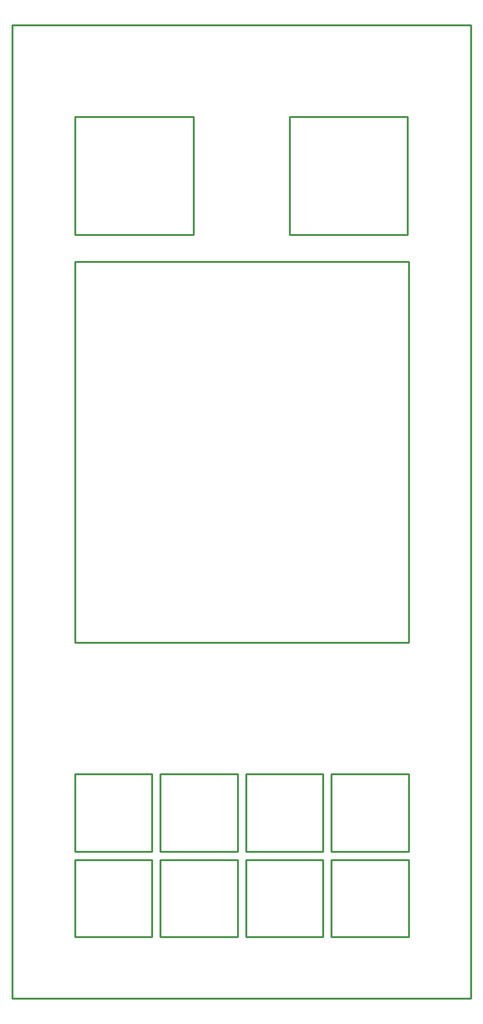
<source format=gko>
G04 Layer: BoardOutlineLayer*
G04 EasyEDA v6.5.29, 2023-07-16 15:11:24*
G04 b1c9531ddfa049bd996740377cd84ce5,5a6b42c53f6a479593ecc07194224c93,10*
G04 Gerber Generator version 0.2*
G04 Scale: 100 percent, Rotated: No, Reflected: No *
G04 Dimensions in millimeters *
G04 leading zeros omitted , absolute positions ,4 integer and 5 decimal *
%FSLAX45Y45*%
%MOMM*%

%ADD10C,0.2540*%
D10*
X0Y12852400D02*
G01*
X6057900Y12857479D01*
X6057900Y0D01*
X0Y0D01*
X0Y12852400D01*
X3659601Y11645900D02*
G01*
X3659601Y10083800D01*
X3659601Y10083800D02*
G01*
X5221701Y10083800D01*
X5221701Y10083800D02*
G01*
X5221701Y11645900D01*
X5221701Y11645900D02*
G01*
X3659601Y11645900D01*
X827501Y11645900D02*
G01*
X827501Y10083800D01*
X827501Y10083800D02*
G01*
X2389601Y10083800D01*
X2389601Y10083800D02*
G01*
X2389601Y11645900D01*
X2389601Y11645900D02*
G01*
X827501Y11645900D01*
X827501Y9728200D02*
G01*
X827501Y4699000D01*
X827501Y4699000D02*
G01*
X5234401Y4699000D01*
X5234401Y4699000D02*
G01*
X5234401Y9728200D01*
X5234401Y9728200D02*
G01*
X827501Y9728200D01*
X1843501Y1943100D02*
G01*
X1843501Y2963100D01*
X1843501Y2963100D02*
G01*
X823501Y2963100D01*
X823501Y2963100D02*
G01*
X823501Y1943100D01*
X823501Y1943100D02*
G01*
X1843501Y1943100D01*
X1843501Y812800D02*
G01*
X1843501Y1832800D01*
X1843501Y1832800D02*
G01*
X823501Y1832800D01*
X823501Y1832800D02*
G01*
X823501Y812800D01*
X823501Y812800D02*
G01*
X1843501Y812800D01*
X5234401Y1943100D02*
G01*
X5234401Y2963100D01*
X5234401Y2963100D02*
G01*
X4214401Y2963100D01*
X4214401Y2963100D02*
G01*
X4214401Y1943100D01*
X4214401Y1943100D02*
G01*
X5234401Y1943100D01*
X2973801Y1943100D02*
G01*
X2973801Y2963100D01*
X2973801Y2963100D02*
G01*
X1953801Y2963100D01*
X1953801Y2963100D02*
G01*
X1953801Y1943100D01*
X1953801Y1943100D02*
G01*
X2973801Y1943100D01*
X4104101Y1943100D02*
G01*
X4104101Y2963100D01*
X4104101Y2963100D02*
G01*
X3084101Y2963100D01*
X3084101Y2963100D02*
G01*
X3084101Y1943100D01*
X3084101Y1943100D02*
G01*
X4104101Y1943100D01*
X2973801Y812800D02*
G01*
X2973801Y1832800D01*
X2973801Y1832800D02*
G01*
X1953801Y1832800D01*
X1953801Y1832800D02*
G01*
X1953801Y812800D01*
X1953801Y812800D02*
G01*
X2973801Y812800D01*
X4104101Y812800D02*
G01*
X4104101Y1832800D01*
X4104101Y1832800D02*
G01*
X3084101Y1832800D01*
X3084101Y1832800D02*
G01*
X3084101Y812800D01*
X3084101Y812800D02*
G01*
X4104101Y812800D01*
X5234401Y812800D02*
G01*
X5234401Y1832800D01*
X5234401Y1832800D02*
G01*
X4214401Y1832800D01*
X4214401Y1832800D02*
G01*
X4214401Y812800D01*
X4214401Y812800D02*
G01*
X5234401Y812800D01*

%LPD*%
M02*

</source>
